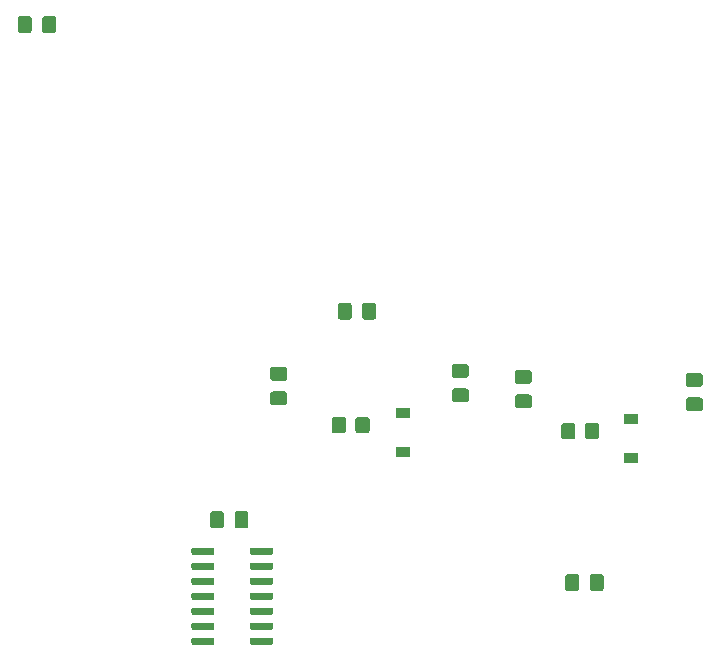
<source format=gbr>
G04 #@! TF.GenerationSoftware,KiCad,Pcbnew,5.1.5+dfsg1-2build2*
G04 #@! TF.CreationDate,2023-06-05T14:25:05+01:00*
G04 #@! TF.ProjectId,dumper_3780,64756d70-6572-45f3-9337-38302e6b6963,rev?*
G04 #@! TF.SameCoordinates,Original*
G04 #@! TF.FileFunction,Paste,Top*
G04 #@! TF.FilePolarity,Positive*
%FSLAX46Y46*%
G04 Gerber Fmt 4.6, Leading zero omitted, Abs format (unit mm)*
G04 Created by KiCad (PCBNEW 5.1.5+dfsg1-2build2) date 2023-06-05 14:25:05*
%MOMM*%
%LPD*%
G04 APERTURE LIST*
%ADD10C,0.100000*%
%ADD11R,1.200000X0.900000*%
G04 APERTURE END LIST*
D10*
G36*
X261632703Y-140289722D02*
G01*
X261647264Y-140291882D01*
X261661543Y-140295459D01*
X261675403Y-140300418D01*
X261688710Y-140306712D01*
X261701336Y-140314280D01*
X261713159Y-140323048D01*
X261724066Y-140332934D01*
X261733952Y-140343841D01*
X261742720Y-140355664D01*
X261750288Y-140368290D01*
X261756582Y-140381597D01*
X261761541Y-140395457D01*
X261765118Y-140409736D01*
X261767278Y-140424297D01*
X261768000Y-140439000D01*
X261768000Y-140739000D01*
X261767278Y-140753703D01*
X261765118Y-140768264D01*
X261761541Y-140782543D01*
X261756582Y-140796403D01*
X261750288Y-140809710D01*
X261742720Y-140822336D01*
X261733952Y-140834159D01*
X261724066Y-140845066D01*
X261713159Y-140854952D01*
X261701336Y-140863720D01*
X261688710Y-140871288D01*
X261675403Y-140877582D01*
X261661543Y-140882541D01*
X261647264Y-140886118D01*
X261632703Y-140888278D01*
X261618000Y-140889000D01*
X259968000Y-140889000D01*
X259953297Y-140888278D01*
X259938736Y-140886118D01*
X259924457Y-140882541D01*
X259910597Y-140877582D01*
X259897290Y-140871288D01*
X259884664Y-140863720D01*
X259872841Y-140854952D01*
X259861934Y-140845066D01*
X259852048Y-140834159D01*
X259843280Y-140822336D01*
X259835712Y-140809710D01*
X259829418Y-140796403D01*
X259824459Y-140782543D01*
X259820882Y-140768264D01*
X259818722Y-140753703D01*
X259818000Y-140739000D01*
X259818000Y-140439000D01*
X259818722Y-140424297D01*
X259820882Y-140409736D01*
X259824459Y-140395457D01*
X259829418Y-140381597D01*
X259835712Y-140368290D01*
X259843280Y-140355664D01*
X259852048Y-140343841D01*
X259861934Y-140332934D01*
X259872841Y-140323048D01*
X259884664Y-140314280D01*
X259897290Y-140306712D01*
X259910597Y-140300418D01*
X259924457Y-140295459D01*
X259938736Y-140291882D01*
X259953297Y-140289722D01*
X259968000Y-140289000D01*
X261618000Y-140289000D01*
X261632703Y-140289722D01*
G37*
G36*
X261632703Y-141559722D02*
G01*
X261647264Y-141561882D01*
X261661543Y-141565459D01*
X261675403Y-141570418D01*
X261688710Y-141576712D01*
X261701336Y-141584280D01*
X261713159Y-141593048D01*
X261724066Y-141602934D01*
X261733952Y-141613841D01*
X261742720Y-141625664D01*
X261750288Y-141638290D01*
X261756582Y-141651597D01*
X261761541Y-141665457D01*
X261765118Y-141679736D01*
X261767278Y-141694297D01*
X261768000Y-141709000D01*
X261768000Y-142009000D01*
X261767278Y-142023703D01*
X261765118Y-142038264D01*
X261761541Y-142052543D01*
X261756582Y-142066403D01*
X261750288Y-142079710D01*
X261742720Y-142092336D01*
X261733952Y-142104159D01*
X261724066Y-142115066D01*
X261713159Y-142124952D01*
X261701336Y-142133720D01*
X261688710Y-142141288D01*
X261675403Y-142147582D01*
X261661543Y-142152541D01*
X261647264Y-142156118D01*
X261632703Y-142158278D01*
X261618000Y-142159000D01*
X259968000Y-142159000D01*
X259953297Y-142158278D01*
X259938736Y-142156118D01*
X259924457Y-142152541D01*
X259910597Y-142147582D01*
X259897290Y-142141288D01*
X259884664Y-142133720D01*
X259872841Y-142124952D01*
X259861934Y-142115066D01*
X259852048Y-142104159D01*
X259843280Y-142092336D01*
X259835712Y-142079710D01*
X259829418Y-142066403D01*
X259824459Y-142052543D01*
X259820882Y-142038264D01*
X259818722Y-142023703D01*
X259818000Y-142009000D01*
X259818000Y-141709000D01*
X259818722Y-141694297D01*
X259820882Y-141679736D01*
X259824459Y-141665457D01*
X259829418Y-141651597D01*
X259835712Y-141638290D01*
X259843280Y-141625664D01*
X259852048Y-141613841D01*
X259861934Y-141602934D01*
X259872841Y-141593048D01*
X259884664Y-141584280D01*
X259897290Y-141576712D01*
X259910597Y-141570418D01*
X259924457Y-141565459D01*
X259938736Y-141561882D01*
X259953297Y-141559722D01*
X259968000Y-141559000D01*
X261618000Y-141559000D01*
X261632703Y-141559722D01*
G37*
G36*
X261632703Y-142829722D02*
G01*
X261647264Y-142831882D01*
X261661543Y-142835459D01*
X261675403Y-142840418D01*
X261688710Y-142846712D01*
X261701336Y-142854280D01*
X261713159Y-142863048D01*
X261724066Y-142872934D01*
X261733952Y-142883841D01*
X261742720Y-142895664D01*
X261750288Y-142908290D01*
X261756582Y-142921597D01*
X261761541Y-142935457D01*
X261765118Y-142949736D01*
X261767278Y-142964297D01*
X261768000Y-142979000D01*
X261768000Y-143279000D01*
X261767278Y-143293703D01*
X261765118Y-143308264D01*
X261761541Y-143322543D01*
X261756582Y-143336403D01*
X261750288Y-143349710D01*
X261742720Y-143362336D01*
X261733952Y-143374159D01*
X261724066Y-143385066D01*
X261713159Y-143394952D01*
X261701336Y-143403720D01*
X261688710Y-143411288D01*
X261675403Y-143417582D01*
X261661543Y-143422541D01*
X261647264Y-143426118D01*
X261632703Y-143428278D01*
X261618000Y-143429000D01*
X259968000Y-143429000D01*
X259953297Y-143428278D01*
X259938736Y-143426118D01*
X259924457Y-143422541D01*
X259910597Y-143417582D01*
X259897290Y-143411288D01*
X259884664Y-143403720D01*
X259872841Y-143394952D01*
X259861934Y-143385066D01*
X259852048Y-143374159D01*
X259843280Y-143362336D01*
X259835712Y-143349710D01*
X259829418Y-143336403D01*
X259824459Y-143322543D01*
X259820882Y-143308264D01*
X259818722Y-143293703D01*
X259818000Y-143279000D01*
X259818000Y-142979000D01*
X259818722Y-142964297D01*
X259820882Y-142949736D01*
X259824459Y-142935457D01*
X259829418Y-142921597D01*
X259835712Y-142908290D01*
X259843280Y-142895664D01*
X259852048Y-142883841D01*
X259861934Y-142872934D01*
X259872841Y-142863048D01*
X259884664Y-142854280D01*
X259897290Y-142846712D01*
X259910597Y-142840418D01*
X259924457Y-142835459D01*
X259938736Y-142831882D01*
X259953297Y-142829722D01*
X259968000Y-142829000D01*
X261618000Y-142829000D01*
X261632703Y-142829722D01*
G37*
G36*
X261632703Y-144099722D02*
G01*
X261647264Y-144101882D01*
X261661543Y-144105459D01*
X261675403Y-144110418D01*
X261688710Y-144116712D01*
X261701336Y-144124280D01*
X261713159Y-144133048D01*
X261724066Y-144142934D01*
X261733952Y-144153841D01*
X261742720Y-144165664D01*
X261750288Y-144178290D01*
X261756582Y-144191597D01*
X261761541Y-144205457D01*
X261765118Y-144219736D01*
X261767278Y-144234297D01*
X261768000Y-144249000D01*
X261768000Y-144549000D01*
X261767278Y-144563703D01*
X261765118Y-144578264D01*
X261761541Y-144592543D01*
X261756582Y-144606403D01*
X261750288Y-144619710D01*
X261742720Y-144632336D01*
X261733952Y-144644159D01*
X261724066Y-144655066D01*
X261713159Y-144664952D01*
X261701336Y-144673720D01*
X261688710Y-144681288D01*
X261675403Y-144687582D01*
X261661543Y-144692541D01*
X261647264Y-144696118D01*
X261632703Y-144698278D01*
X261618000Y-144699000D01*
X259968000Y-144699000D01*
X259953297Y-144698278D01*
X259938736Y-144696118D01*
X259924457Y-144692541D01*
X259910597Y-144687582D01*
X259897290Y-144681288D01*
X259884664Y-144673720D01*
X259872841Y-144664952D01*
X259861934Y-144655066D01*
X259852048Y-144644159D01*
X259843280Y-144632336D01*
X259835712Y-144619710D01*
X259829418Y-144606403D01*
X259824459Y-144592543D01*
X259820882Y-144578264D01*
X259818722Y-144563703D01*
X259818000Y-144549000D01*
X259818000Y-144249000D01*
X259818722Y-144234297D01*
X259820882Y-144219736D01*
X259824459Y-144205457D01*
X259829418Y-144191597D01*
X259835712Y-144178290D01*
X259843280Y-144165664D01*
X259852048Y-144153841D01*
X259861934Y-144142934D01*
X259872841Y-144133048D01*
X259884664Y-144124280D01*
X259897290Y-144116712D01*
X259910597Y-144110418D01*
X259924457Y-144105459D01*
X259938736Y-144101882D01*
X259953297Y-144099722D01*
X259968000Y-144099000D01*
X261618000Y-144099000D01*
X261632703Y-144099722D01*
G37*
G36*
X261632703Y-145369722D02*
G01*
X261647264Y-145371882D01*
X261661543Y-145375459D01*
X261675403Y-145380418D01*
X261688710Y-145386712D01*
X261701336Y-145394280D01*
X261713159Y-145403048D01*
X261724066Y-145412934D01*
X261733952Y-145423841D01*
X261742720Y-145435664D01*
X261750288Y-145448290D01*
X261756582Y-145461597D01*
X261761541Y-145475457D01*
X261765118Y-145489736D01*
X261767278Y-145504297D01*
X261768000Y-145519000D01*
X261768000Y-145819000D01*
X261767278Y-145833703D01*
X261765118Y-145848264D01*
X261761541Y-145862543D01*
X261756582Y-145876403D01*
X261750288Y-145889710D01*
X261742720Y-145902336D01*
X261733952Y-145914159D01*
X261724066Y-145925066D01*
X261713159Y-145934952D01*
X261701336Y-145943720D01*
X261688710Y-145951288D01*
X261675403Y-145957582D01*
X261661543Y-145962541D01*
X261647264Y-145966118D01*
X261632703Y-145968278D01*
X261618000Y-145969000D01*
X259968000Y-145969000D01*
X259953297Y-145968278D01*
X259938736Y-145966118D01*
X259924457Y-145962541D01*
X259910597Y-145957582D01*
X259897290Y-145951288D01*
X259884664Y-145943720D01*
X259872841Y-145934952D01*
X259861934Y-145925066D01*
X259852048Y-145914159D01*
X259843280Y-145902336D01*
X259835712Y-145889710D01*
X259829418Y-145876403D01*
X259824459Y-145862543D01*
X259820882Y-145848264D01*
X259818722Y-145833703D01*
X259818000Y-145819000D01*
X259818000Y-145519000D01*
X259818722Y-145504297D01*
X259820882Y-145489736D01*
X259824459Y-145475457D01*
X259829418Y-145461597D01*
X259835712Y-145448290D01*
X259843280Y-145435664D01*
X259852048Y-145423841D01*
X259861934Y-145412934D01*
X259872841Y-145403048D01*
X259884664Y-145394280D01*
X259897290Y-145386712D01*
X259910597Y-145380418D01*
X259924457Y-145375459D01*
X259938736Y-145371882D01*
X259953297Y-145369722D01*
X259968000Y-145369000D01*
X261618000Y-145369000D01*
X261632703Y-145369722D01*
G37*
G36*
X261632703Y-146639722D02*
G01*
X261647264Y-146641882D01*
X261661543Y-146645459D01*
X261675403Y-146650418D01*
X261688710Y-146656712D01*
X261701336Y-146664280D01*
X261713159Y-146673048D01*
X261724066Y-146682934D01*
X261733952Y-146693841D01*
X261742720Y-146705664D01*
X261750288Y-146718290D01*
X261756582Y-146731597D01*
X261761541Y-146745457D01*
X261765118Y-146759736D01*
X261767278Y-146774297D01*
X261768000Y-146789000D01*
X261768000Y-147089000D01*
X261767278Y-147103703D01*
X261765118Y-147118264D01*
X261761541Y-147132543D01*
X261756582Y-147146403D01*
X261750288Y-147159710D01*
X261742720Y-147172336D01*
X261733952Y-147184159D01*
X261724066Y-147195066D01*
X261713159Y-147204952D01*
X261701336Y-147213720D01*
X261688710Y-147221288D01*
X261675403Y-147227582D01*
X261661543Y-147232541D01*
X261647264Y-147236118D01*
X261632703Y-147238278D01*
X261618000Y-147239000D01*
X259968000Y-147239000D01*
X259953297Y-147238278D01*
X259938736Y-147236118D01*
X259924457Y-147232541D01*
X259910597Y-147227582D01*
X259897290Y-147221288D01*
X259884664Y-147213720D01*
X259872841Y-147204952D01*
X259861934Y-147195066D01*
X259852048Y-147184159D01*
X259843280Y-147172336D01*
X259835712Y-147159710D01*
X259829418Y-147146403D01*
X259824459Y-147132543D01*
X259820882Y-147118264D01*
X259818722Y-147103703D01*
X259818000Y-147089000D01*
X259818000Y-146789000D01*
X259818722Y-146774297D01*
X259820882Y-146759736D01*
X259824459Y-146745457D01*
X259829418Y-146731597D01*
X259835712Y-146718290D01*
X259843280Y-146705664D01*
X259852048Y-146693841D01*
X259861934Y-146682934D01*
X259872841Y-146673048D01*
X259884664Y-146664280D01*
X259897290Y-146656712D01*
X259910597Y-146650418D01*
X259924457Y-146645459D01*
X259938736Y-146641882D01*
X259953297Y-146639722D01*
X259968000Y-146639000D01*
X261618000Y-146639000D01*
X261632703Y-146639722D01*
G37*
G36*
X261632703Y-147909722D02*
G01*
X261647264Y-147911882D01*
X261661543Y-147915459D01*
X261675403Y-147920418D01*
X261688710Y-147926712D01*
X261701336Y-147934280D01*
X261713159Y-147943048D01*
X261724066Y-147952934D01*
X261733952Y-147963841D01*
X261742720Y-147975664D01*
X261750288Y-147988290D01*
X261756582Y-148001597D01*
X261761541Y-148015457D01*
X261765118Y-148029736D01*
X261767278Y-148044297D01*
X261768000Y-148059000D01*
X261768000Y-148359000D01*
X261767278Y-148373703D01*
X261765118Y-148388264D01*
X261761541Y-148402543D01*
X261756582Y-148416403D01*
X261750288Y-148429710D01*
X261742720Y-148442336D01*
X261733952Y-148454159D01*
X261724066Y-148465066D01*
X261713159Y-148474952D01*
X261701336Y-148483720D01*
X261688710Y-148491288D01*
X261675403Y-148497582D01*
X261661543Y-148502541D01*
X261647264Y-148506118D01*
X261632703Y-148508278D01*
X261618000Y-148509000D01*
X259968000Y-148509000D01*
X259953297Y-148508278D01*
X259938736Y-148506118D01*
X259924457Y-148502541D01*
X259910597Y-148497582D01*
X259897290Y-148491288D01*
X259884664Y-148483720D01*
X259872841Y-148474952D01*
X259861934Y-148465066D01*
X259852048Y-148454159D01*
X259843280Y-148442336D01*
X259835712Y-148429710D01*
X259829418Y-148416403D01*
X259824459Y-148402543D01*
X259820882Y-148388264D01*
X259818722Y-148373703D01*
X259818000Y-148359000D01*
X259818000Y-148059000D01*
X259818722Y-148044297D01*
X259820882Y-148029736D01*
X259824459Y-148015457D01*
X259829418Y-148001597D01*
X259835712Y-147988290D01*
X259843280Y-147975664D01*
X259852048Y-147963841D01*
X259861934Y-147952934D01*
X259872841Y-147943048D01*
X259884664Y-147934280D01*
X259897290Y-147926712D01*
X259910597Y-147920418D01*
X259924457Y-147915459D01*
X259938736Y-147911882D01*
X259953297Y-147909722D01*
X259968000Y-147909000D01*
X261618000Y-147909000D01*
X261632703Y-147909722D01*
G37*
G36*
X256682703Y-147909722D02*
G01*
X256697264Y-147911882D01*
X256711543Y-147915459D01*
X256725403Y-147920418D01*
X256738710Y-147926712D01*
X256751336Y-147934280D01*
X256763159Y-147943048D01*
X256774066Y-147952934D01*
X256783952Y-147963841D01*
X256792720Y-147975664D01*
X256800288Y-147988290D01*
X256806582Y-148001597D01*
X256811541Y-148015457D01*
X256815118Y-148029736D01*
X256817278Y-148044297D01*
X256818000Y-148059000D01*
X256818000Y-148359000D01*
X256817278Y-148373703D01*
X256815118Y-148388264D01*
X256811541Y-148402543D01*
X256806582Y-148416403D01*
X256800288Y-148429710D01*
X256792720Y-148442336D01*
X256783952Y-148454159D01*
X256774066Y-148465066D01*
X256763159Y-148474952D01*
X256751336Y-148483720D01*
X256738710Y-148491288D01*
X256725403Y-148497582D01*
X256711543Y-148502541D01*
X256697264Y-148506118D01*
X256682703Y-148508278D01*
X256668000Y-148509000D01*
X255018000Y-148509000D01*
X255003297Y-148508278D01*
X254988736Y-148506118D01*
X254974457Y-148502541D01*
X254960597Y-148497582D01*
X254947290Y-148491288D01*
X254934664Y-148483720D01*
X254922841Y-148474952D01*
X254911934Y-148465066D01*
X254902048Y-148454159D01*
X254893280Y-148442336D01*
X254885712Y-148429710D01*
X254879418Y-148416403D01*
X254874459Y-148402543D01*
X254870882Y-148388264D01*
X254868722Y-148373703D01*
X254868000Y-148359000D01*
X254868000Y-148059000D01*
X254868722Y-148044297D01*
X254870882Y-148029736D01*
X254874459Y-148015457D01*
X254879418Y-148001597D01*
X254885712Y-147988290D01*
X254893280Y-147975664D01*
X254902048Y-147963841D01*
X254911934Y-147952934D01*
X254922841Y-147943048D01*
X254934664Y-147934280D01*
X254947290Y-147926712D01*
X254960597Y-147920418D01*
X254974457Y-147915459D01*
X254988736Y-147911882D01*
X255003297Y-147909722D01*
X255018000Y-147909000D01*
X256668000Y-147909000D01*
X256682703Y-147909722D01*
G37*
G36*
X256682703Y-146639722D02*
G01*
X256697264Y-146641882D01*
X256711543Y-146645459D01*
X256725403Y-146650418D01*
X256738710Y-146656712D01*
X256751336Y-146664280D01*
X256763159Y-146673048D01*
X256774066Y-146682934D01*
X256783952Y-146693841D01*
X256792720Y-146705664D01*
X256800288Y-146718290D01*
X256806582Y-146731597D01*
X256811541Y-146745457D01*
X256815118Y-146759736D01*
X256817278Y-146774297D01*
X256818000Y-146789000D01*
X256818000Y-147089000D01*
X256817278Y-147103703D01*
X256815118Y-147118264D01*
X256811541Y-147132543D01*
X256806582Y-147146403D01*
X256800288Y-147159710D01*
X256792720Y-147172336D01*
X256783952Y-147184159D01*
X256774066Y-147195066D01*
X256763159Y-147204952D01*
X256751336Y-147213720D01*
X256738710Y-147221288D01*
X256725403Y-147227582D01*
X256711543Y-147232541D01*
X256697264Y-147236118D01*
X256682703Y-147238278D01*
X256668000Y-147239000D01*
X255018000Y-147239000D01*
X255003297Y-147238278D01*
X254988736Y-147236118D01*
X254974457Y-147232541D01*
X254960597Y-147227582D01*
X254947290Y-147221288D01*
X254934664Y-147213720D01*
X254922841Y-147204952D01*
X254911934Y-147195066D01*
X254902048Y-147184159D01*
X254893280Y-147172336D01*
X254885712Y-147159710D01*
X254879418Y-147146403D01*
X254874459Y-147132543D01*
X254870882Y-147118264D01*
X254868722Y-147103703D01*
X254868000Y-147089000D01*
X254868000Y-146789000D01*
X254868722Y-146774297D01*
X254870882Y-146759736D01*
X254874459Y-146745457D01*
X254879418Y-146731597D01*
X254885712Y-146718290D01*
X254893280Y-146705664D01*
X254902048Y-146693841D01*
X254911934Y-146682934D01*
X254922841Y-146673048D01*
X254934664Y-146664280D01*
X254947290Y-146656712D01*
X254960597Y-146650418D01*
X254974457Y-146645459D01*
X254988736Y-146641882D01*
X255003297Y-146639722D01*
X255018000Y-146639000D01*
X256668000Y-146639000D01*
X256682703Y-146639722D01*
G37*
G36*
X256682703Y-145369722D02*
G01*
X256697264Y-145371882D01*
X256711543Y-145375459D01*
X256725403Y-145380418D01*
X256738710Y-145386712D01*
X256751336Y-145394280D01*
X256763159Y-145403048D01*
X256774066Y-145412934D01*
X256783952Y-145423841D01*
X256792720Y-145435664D01*
X256800288Y-145448290D01*
X256806582Y-145461597D01*
X256811541Y-145475457D01*
X256815118Y-145489736D01*
X256817278Y-145504297D01*
X256818000Y-145519000D01*
X256818000Y-145819000D01*
X256817278Y-145833703D01*
X256815118Y-145848264D01*
X256811541Y-145862543D01*
X256806582Y-145876403D01*
X256800288Y-145889710D01*
X256792720Y-145902336D01*
X256783952Y-145914159D01*
X256774066Y-145925066D01*
X256763159Y-145934952D01*
X256751336Y-145943720D01*
X256738710Y-145951288D01*
X256725403Y-145957582D01*
X256711543Y-145962541D01*
X256697264Y-145966118D01*
X256682703Y-145968278D01*
X256668000Y-145969000D01*
X255018000Y-145969000D01*
X255003297Y-145968278D01*
X254988736Y-145966118D01*
X254974457Y-145962541D01*
X254960597Y-145957582D01*
X254947290Y-145951288D01*
X254934664Y-145943720D01*
X254922841Y-145934952D01*
X254911934Y-145925066D01*
X254902048Y-145914159D01*
X254893280Y-145902336D01*
X254885712Y-145889710D01*
X254879418Y-145876403D01*
X254874459Y-145862543D01*
X254870882Y-145848264D01*
X254868722Y-145833703D01*
X254868000Y-145819000D01*
X254868000Y-145519000D01*
X254868722Y-145504297D01*
X254870882Y-145489736D01*
X254874459Y-145475457D01*
X254879418Y-145461597D01*
X254885712Y-145448290D01*
X254893280Y-145435664D01*
X254902048Y-145423841D01*
X254911934Y-145412934D01*
X254922841Y-145403048D01*
X254934664Y-145394280D01*
X254947290Y-145386712D01*
X254960597Y-145380418D01*
X254974457Y-145375459D01*
X254988736Y-145371882D01*
X255003297Y-145369722D01*
X255018000Y-145369000D01*
X256668000Y-145369000D01*
X256682703Y-145369722D01*
G37*
G36*
X256682703Y-144099722D02*
G01*
X256697264Y-144101882D01*
X256711543Y-144105459D01*
X256725403Y-144110418D01*
X256738710Y-144116712D01*
X256751336Y-144124280D01*
X256763159Y-144133048D01*
X256774066Y-144142934D01*
X256783952Y-144153841D01*
X256792720Y-144165664D01*
X256800288Y-144178290D01*
X256806582Y-144191597D01*
X256811541Y-144205457D01*
X256815118Y-144219736D01*
X256817278Y-144234297D01*
X256818000Y-144249000D01*
X256818000Y-144549000D01*
X256817278Y-144563703D01*
X256815118Y-144578264D01*
X256811541Y-144592543D01*
X256806582Y-144606403D01*
X256800288Y-144619710D01*
X256792720Y-144632336D01*
X256783952Y-144644159D01*
X256774066Y-144655066D01*
X256763159Y-144664952D01*
X256751336Y-144673720D01*
X256738710Y-144681288D01*
X256725403Y-144687582D01*
X256711543Y-144692541D01*
X256697264Y-144696118D01*
X256682703Y-144698278D01*
X256668000Y-144699000D01*
X255018000Y-144699000D01*
X255003297Y-144698278D01*
X254988736Y-144696118D01*
X254974457Y-144692541D01*
X254960597Y-144687582D01*
X254947290Y-144681288D01*
X254934664Y-144673720D01*
X254922841Y-144664952D01*
X254911934Y-144655066D01*
X254902048Y-144644159D01*
X254893280Y-144632336D01*
X254885712Y-144619710D01*
X254879418Y-144606403D01*
X254874459Y-144592543D01*
X254870882Y-144578264D01*
X254868722Y-144563703D01*
X254868000Y-144549000D01*
X254868000Y-144249000D01*
X254868722Y-144234297D01*
X254870882Y-144219736D01*
X254874459Y-144205457D01*
X254879418Y-144191597D01*
X254885712Y-144178290D01*
X254893280Y-144165664D01*
X254902048Y-144153841D01*
X254911934Y-144142934D01*
X254922841Y-144133048D01*
X254934664Y-144124280D01*
X254947290Y-144116712D01*
X254960597Y-144110418D01*
X254974457Y-144105459D01*
X254988736Y-144101882D01*
X255003297Y-144099722D01*
X255018000Y-144099000D01*
X256668000Y-144099000D01*
X256682703Y-144099722D01*
G37*
G36*
X256682703Y-142829722D02*
G01*
X256697264Y-142831882D01*
X256711543Y-142835459D01*
X256725403Y-142840418D01*
X256738710Y-142846712D01*
X256751336Y-142854280D01*
X256763159Y-142863048D01*
X256774066Y-142872934D01*
X256783952Y-142883841D01*
X256792720Y-142895664D01*
X256800288Y-142908290D01*
X256806582Y-142921597D01*
X256811541Y-142935457D01*
X256815118Y-142949736D01*
X256817278Y-142964297D01*
X256818000Y-142979000D01*
X256818000Y-143279000D01*
X256817278Y-143293703D01*
X256815118Y-143308264D01*
X256811541Y-143322543D01*
X256806582Y-143336403D01*
X256800288Y-143349710D01*
X256792720Y-143362336D01*
X256783952Y-143374159D01*
X256774066Y-143385066D01*
X256763159Y-143394952D01*
X256751336Y-143403720D01*
X256738710Y-143411288D01*
X256725403Y-143417582D01*
X256711543Y-143422541D01*
X256697264Y-143426118D01*
X256682703Y-143428278D01*
X256668000Y-143429000D01*
X255018000Y-143429000D01*
X255003297Y-143428278D01*
X254988736Y-143426118D01*
X254974457Y-143422541D01*
X254960597Y-143417582D01*
X254947290Y-143411288D01*
X254934664Y-143403720D01*
X254922841Y-143394952D01*
X254911934Y-143385066D01*
X254902048Y-143374159D01*
X254893280Y-143362336D01*
X254885712Y-143349710D01*
X254879418Y-143336403D01*
X254874459Y-143322543D01*
X254870882Y-143308264D01*
X254868722Y-143293703D01*
X254868000Y-143279000D01*
X254868000Y-142979000D01*
X254868722Y-142964297D01*
X254870882Y-142949736D01*
X254874459Y-142935457D01*
X254879418Y-142921597D01*
X254885712Y-142908290D01*
X254893280Y-142895664D01*
X254902048Y-142883841D01*
X254911934Y-142872934D01*
X254922841Y-142863048D01*
X254934664Y-142854280D01*
X254947290Y-142846712D01*
X254960597Y-142840418D01*
X254974457Y-142835459D01*
X254988736Y-142831882D01*
X255003297Y-142829722D01*
X255018000Y-142829000D01*
X256668000Y-142829000D01*
X256682703Y-142829722D01*
G37*
G36*
X256682703Y-141559722D02*
G01*
X256697264Y-141561882D01*
X256711543Y-141565459D01*
X256725403Y-141570418D01*
X256738710Y-141576712D01*
X256751336Y-141584280D01*
X256763159Y-141593048D01*
X256774066Y-141602934D01*
X256783952Y-141613841D01*
X256792720Y-141625664D01*
X256800288Y-141638290D01*
X256806582Y-141651597D01*
X256811541Y-141665457D01*
X256815118Y-141679736D01*
X256817278Y-141694297D01*
X256818000Y-141709000D01*
X256818000Y-142009000D01*
X256817278Y-142023703D01*
X256815118Y-142038264D01*
X256811541Y-142052543D01*
X256806582Y-142066403D01*
X256800288Y-142079710D01*
X256792720Y-142092336D01*
X256783952Y-142104159D01*
X256774066Y-142115066D01*
X256763159Y-142124952D01*
X256751336Y-142133720D01*
X256738710Y-142141288D01*
X256725403Y-142147582D01*
X256711543Y-142152541D01*
X256697264Y-142156118D01*
X256682703Y-142158278D01*
X256668000Y-142159000D01*
X255018000Y-142159000D01*
X255003297Y-142158278D01*
X254988736Y-142156118D01*
X254974457Y-142152541D01*
X254960597Y-142147582D01*
X254947290Y-142141288D01*
X254934664Y-142133720D01*
X254922841Y-142124952D01*
X254911934Y-142115066D01*
X254902048Y-142104159D01*
X254893280Y-142092336D01*
X254885712Y-142079710D01*
X254879418Y-142066403D01*
X254874459Y-142052543D01*
X254870882Y-142038264D01*
X254868722Y-142023703D01*
X254868000Y-142009000D01*
X254868000Y-141709000D01*
X254868722Y-141694297D01*
X254870882Y-141679736D01*
X254874459Y-141665457D01*
X254879418Y-141651597D01*
X254885712Y-141638290D01*
X254893280Y-141625664D01*
X254902048Y-141613841D01*
X254911934Y-141602934D01*
X254922841Y-141593048D01*
X254934664Y-141584280D01*
X254947290Y-141576712D01*
X254960597Y-141570418D01*
X254974457Y-141565459D01*
X254988736Y-141561882D01*
X255003297Y-141559722D01*
X255018000Y-141559000D01*
X256668000Y-141559000D01*
X256682703Y-141559722D01*
G37*
G36*
X256682703Y-140289722D02*
G01*
X256697264Y-140291882D01*
X256711543Y-140295459D01*
X256725403Y-140300418D01*
X256738710Y-140306712D01*
X256751336Y-140314280D01*
X256763159Y-140323048D01*
X256774066Y-140332934D01*
X256783952Y-140343841D01*
X256792720Y-140355664D01*
X256800288Y-140368290D01*
X256806582Y-140381597D01*
X256811541Y-140395457D01*
X256815118Y-140409736D01*
X256817278Y-140424297D01*
X256818000Y-140439000D01*
X256818000Y-140739000D01*
X256817278Y-140753703D01*
X256815118Y-140768264D01*
X256811541Y-140782543D01*
X256806582Y-140796403D01*
X256800288Y-140809710D01*
X256792720Y-140822336D01*
X256783952Y-140834159D01*
X256774066Y-140845066D01*
X256763159Y-140854952D01*
X256751336Y-140863720D01*
X256738710Y-140871288D01*
X256725403Y-140877582D01*
X256711543Y-140882541D01*
X256697264Y-140886118D01*
X256682703Y-140888278D01*
X256668000Y-140889000D01*
X255018000Y-140889000D01*
X255003297Y-140888278D01*
X254988736Y-140886118D01*
X254974457Y-140882541D01*
X254960597Y-140877582D01*
X254947290Y-140871288D01*
X254934664Y-140863720D01*
X254922841Y-140854952D01*
X254911934Y-140845066D01*
X254902048Y-140834159D01*
X254893280Y-140822336D01*
X254885712Y-140809710D01*
X254879418Y-140796403D01*
X254874459Y-140782543D01*
X254870882Y-140768264D01*
X254868722Y-140753703D01*
X254868000Y-140739000D01*
X254868000Y-140439000D01*
X254868722Y-140424297D01*
X254870882Y-140409736D01*
X254874459Y-140395457D01*
X254879418Y-140381597D01*
X254885712Y-140368290D01*
X254893280Y-140355664D01*
X254902048Y-140343841D01*
X254911934Y-140332934D01*
X254922841Y-140323048D01*
X254934664Y-140314280D01*
X254947290Y-140306712D01*
X254960597Y-140300418D01*
X254974457Y-140295459D01*
X254988736Y-140291882D01*
X255003297Y-140289722D01*
X255018000Y-140289000D01*
X256668000Y-140289000D01*
X256682703Y-140289722D01*
G37*
G36*
X267725505Y-129222204D02*
G01*
X267749773Y-129225804D01*
X267773572Y-129231765D01*
X267796671Y-129240030D01*
X267818850Y-129250520D01*
X267839893Y-129263132D01*
X267859599Y-129277747D01*
X267877777Y-129294223D01*
X267894253Y-129312401D01*
X267908868Y-129332107D01*
X267921480Y-129353150D01*
X267931970Y-129375329D01*
X267940235Y-129398428D01*
X267946196Y-129422227D01*
X267949796Y-129446495D01*
X267951000Y-129470999D01*
X267951000Y-130371001D01*
X267949796Y-130395505D01*
X267946196Y-130419773D01*
X267940235Y-130443572D01*
X267931970Y-130466671D01*
X267921480Y-130488850D01*
X267908868Y-130509893D01*
X267894253Y-130529599D01*
X267877777Y-130547777D01*
X267859599Y-130564253D01*
X267839893Y-130578868D01*
X267818850Y-130591480D01*
X267796671Y-130601970D01*
X267773572Y-130610235D01*
X267749773Y-130616196D01*
X267725505Y-130619796D01*
X267701001Y-130621000D01*
X267000999Y-130621000D01*
X266976495Y-130619796D01*
X266952227Y-130616196D01*
X266928428Y-130610235D01*
X266905329Y-130601970D01*
X266883150Y-130591480D01*
X266862107Y-130578868D01*
X266842401Y-130564253D01*
X266824223Y-130547777D01*
X266807747Y-130529599D01*
X266793132Y-130509893D01*
X266780520Y-130488850D01*
X266770030Y-130466671D01*
X266761765Y-130443572D01*
X266755804Y-130419773D01*
X266752204Y-130395505D01*
X266751000Y-130371001D01*
X266751000Y-129470999D01*
X266752204Y-129446495D01*
X266755804Y-129422227D01*
X266761765Y-129398428D01*
X266770030Y-129375329D01*
X266780520Y-129353150D01*
X266793132Y-129332107D01*
X266807747Y-129312401D01*
X266824223Y-129294223D01*
X266842401Y-129277747D01*
X266862107Y-129263132D01*
X266883150Y-129250520D01*
X266905329Y-129240030D01*
X266928428Y-129231765D01*
X266952227Y-129225804D01*
X266976495Y-129222204D01*
X267000999Y-129221000D01*
X267701001Y-129221000D01*
X267725505Y-129222204D01*
G37*
G36*
X269725505Y-129222204D02*
G01*
X269749773Y-129225804D01*
X269773572Y-129231765D01*
X269796671Y-129240030D01*
X269818850Y-129250520D01*
X269839893Y-129263132D01*
X269859599Y-129277747D01*
X269877777Y-129294223D01*
X269894253Y-129312401D01*
X269908868Y-129332107D01*
X269921480Y-129353150D01*
X269931970Y-129375329D01*
X269940235Y-129398428D01*
X269946196Y-129422227D01*
X269949796Y-129446495D01*
X269951000Y-129470999D01*
X269951000Y-130371001D01*
X269949796Y-130395505D01*
X269946196Y-130419773D01*
X269940235Y-130443572D01*
X269931970Y-130466671D01*
X269921480Y-130488850D01*
X269908868Y-130509893D01*
X269894253Y-130529599D01*
X269877777Y-130547777D01*
X269859599Y-130564253D01*
X269839893Y-130578868D01*
X269818850Y-130591480D01*
X269796671Y-130601970D01*
X269773572Y-130610235D01*
X269749773Y-130616196D01*
X269725505Y-130619796D01*
X269701001Y-130621000D01*
X269000999Y-130621000D01*
X268976495Y-130619796D01*
X268952227Y-130616196D01*
X268928428Y-130610235D01*
X268905329Y-130601970D01*
X268883150Y-130591480D01*
X268862107Y-130578868D01*
X268842401Y-130564253D01*
X268824223Y-130547777D01*
X268807747Y-130529599D01*
X268793132Y-130509893D01*
X268780520Y-130488850D01*
X268770030Y-130466671D01*
X268761765Y-130443572D01*
X268755804Y-130419773D01*
X268752204Y-130395505D01*
X268751000Y-130371001D01*
X268751000Y-129470999D01*
X268752204Y-129446495D01*
X268755804Y-129422227D01*
X268761765Y-129398428D01*
X268770030Y-129375329D01*
X268780520Y-129353150D01*
X268793132Y-129332107D01*
X268807747Y-129312401D01*
X268824223Y-129294223D01*
X268842401Y-129277747D01*
X268862107Y-129263132D01*
X268883150Y-129250520D01*
X268905329Y-129240030D01*
X268928428Y-129231765D01*
X268952227Y-129225804D01*
X268976495Y-129222204D01*
X269000999Y-129221000D01*
X269701001Y-129221000D01*
X269725505Y-129222204D01*
G37*
G36*
X287156505Y-129730204D02*
G01*
X287180773Y-129733804D01*
X287204572Y-129739765D01*
X287227671Y-129748030D01*
X287249850Y-129758520D01*
X287270893Y-129771132D01*
X287290599Y-129785747D01*
X287308777Y-129802223D01*
X287325253Y-129820401D01*
X287339868Y-129840107D01*
X287352480Y-129861150D01*
X287362970Y-129883329D01*
X287371235Y-129906428D01*
X287377196Y-129930227D01*
X287380796Y-129954495D01*
X287382000Y-129978999D01*
X287382000Y-130879001D01*
X287380796Y-130903505D01*
X287377196Y-130927773D01*
X287371235Y-130951572D01*
X287362970Y-130974671D01*
X287352480Y-130996850D01*
X287339868Y-131017893D01*
X287325253Y-131037599D01*
X287308777Y-131055777D01*
X287290599Y-131072253D01*
X287270893Y-131086868D01*
X287249850Y-131099480D01*
X287227671Y-131109970D01*
X287204572Y-131118235D01*
X287180773Y-131124196D01*
X287156505Y-131127796D01*
X287132001Y-131129000D01*
X286431999Y-131129000D01*
X286407495Y-131127796D01*
X286383227Y-131124196D01*
X286359428Y-131118235D01*
X286336329Y-131109970D01*
X286314150Y-131099480D01*
X286293107Y-131086868D01*
X286273401Y-131072253D01*
X286255223Y-131055777D01*
X286238747Y-131037599D01*
X286224132Y-131017893D01*
X286211520Y-130996850D01*
X286201030Y-130974671D01*
X286192765Y-130951572D01*
X286186804Y-130927773D01*
X286183204Y-130903505D01*
X286182000Y-130879001D01*
X286182000Y-129978999D01*
X286183204Y-129954495D01*
X286186804Y-129930227D01*
X286192765Y-129906428D01*
X286201030Y-129883329D01*
X286211520Y-129861150D01*
X286224132Y-129840107D01*
X286238747Y-129820401D01*
X286255223Y-129802223D01*
X286273401Y-129785747D01*
X286293107Y-129771132D01*
X286314150Y-129758520D01*
X286336329Y-129748030D01*
X286359428Y-129739765D01*
X286383227Y-129733804D01*
X286407495Y-129730204D01*
X286431999Y-129729000D01*
X287132001Y-129729000D01*
X287156505Y-129730204D01*
G37*
G36*
X289156505Y-129730204D02*
G01*
X289180773Y-129733804D01*
X289204572Y-129739765D01*
X289227671Y-129748030D01*
X289249850Y-129758520D01*
X289270893Y-129771132D01*
X289290599Y-129785747D01*
X289308777Y-129802223D01*
X289325253Y-129820401D01*
X289339868Y-129840107D01*
X289352480Y-129861150D01*
X289362970Y-129883329D01*
X289371235Y-129906428D01*
X289377196Y-129930227D01*
X289380796Y-129954495D01*
X289382000Y-129978999D01*
X289382000Y-130879001D01*
X289380796Y-130903505D01*
X289377196Y-130927773D01*
X289371235Y-130951572D01*
X289362970Y-130974671D01*
X289352480Y-130996850D01*
X289339868Y-131017893D01*
X289325253Y-131037599D01*
X289308777Y-131055777D01*
X289290599Y-131072253D01*
X289270893Y-131086868D01*
X289249850Y-131099480D01*
X289227671Y-131109970D01*
X289204572Y-131118235D01*
X289180773Y-131124196D01*
X289156505Y-131127796D01*
X289132001Y-131129000D01*
X288431999Y-131129000D01*
X288407495Y-131127796D01*
X288383227Y-131124196D01*
X288359428Y-131118235D01*
X288336329Y-131109970D01*
X288314150Y-131099480D01*
X288293107Y-131086868D01*
X288273401Y-131072253D01*
X288255223Y-131055777D01*
X288238747Y-131037599D01*
X288224132Y-131017893D01*
X288211520Y-130996850D01*
X288201030Y-130974671D01*
X288192765Y-130951572D01*
X288186804Y-130927773D01*
X288183204Y-130903505D01*
X288182000Y-130879001D01*
X288182000Y-129978999D01*
X288183204Y-129954495D01*
X288186804Y-129930227D01*
X288192765Y-129906428D01*
X288201030Y-129883329D01*
X288211520Y-129861150D01*
X288224132Y-129840107D01*
X288238747Y-129820401D01*
X288255223Y-129802223D01*
X288273401Y-129785747D01*
X288293107Y-129771132D01*
X288314150Y-129758520D01*
X288336329Y-129748030D01*
X288359428Y-129739765D01*
X288383227Y-129733804D01*
X288407495Y-129730204D01*
X288431999Y-129729000D01*
X289132001Y-129729000D01*
X289156505Y-129730204D01*
G37*
D11*
X272796000Y-132206000D03*
X272796000Y-128906000D03*
X292100000Y-132714000D03*
X292100000Y-129414000D03*
D10*
G36*
X257388504Y-137198204D02*
G01*
X257412773Y-137201804D01*
X257436571Y-137207765D01*
X257459671Y-137216030D01*
X257481849Y-137226520D01*
X257502893Y-137239133D01*
X257522598Y-137253747D01*
X257540777Y-137270223D01*
X257557253Y-137288402D01*
X257571867Y-137308107D01*
X257584480Y-137329151D01*
X257594970Y-137351329D01*
X257603235Y-137374429D01*
X257609196Y-137398227D01*
X257612796Y-137422496D01*
X257614000Y-137447000D01*
X257614000Y-138397000D01*
X257612796Y-138421504D01*
X257609196Y-138445773D01*
X257603235Y-138469571D01*
X257594970Y-138492671D01*
X257584480Y-138514849D01*
X257571867Y-138535893D01*
X257557253Y-138555598D01*
X257540777Y-138573777D01*
X257522598Y-138590253D01*
X257502893Y-138604867D01*
X257481849Y-138617480D01*
X257459671Y-138627970D01*
X257436571Y-138636235D01*
X257412773Y-138642196D01*
X257388504Y-138645796D01*
X257364000Y-138647000D01*
X256689000Y-138647000D01*
X256664496Y-138645796D01*
X256640227Y-138642196D01*
X256616429Y-138636235D01*
X256593329Y-138627970D01*
X256571151Y-138617480D01*
X256550107Y-138604867D01*
X256530402Y-138590253D01*
X256512223Y-138573777D01*
X256495747Y-138555598D01*
X256481133Y-138535893D01*
X256468520Y-138514849D01*
X256458030Y-138492671D01*
X256449765Y-138469571D01*
X256443804Y-138445773D01*
X256440204Y-138421504D01*
X256439000Y-138397000D01*
X256439000Y-137447000D01*
X256440204Y-137422496D01*
X256443804Y-137398227D01*
X256449765Y-137374429D01*
X256458030Y-137351329D01*
X256468520Y-137329151D01*
X256481133Y-137308107D01*
X256495747Y-137288402D01*
X256512223Y-137270223D01*
X256530402Y-137253747D01*
X256550107Y-137239133D01*
X256571151Y-137226520D01*
X256593329Y-137216030D01*
X256616429Y-137207765D01*
X256640227Y-137201804D01*
X256664496Y-137198204D01*
X256689000Y-137197000D01*
X257364000Y-137197000D01*
X257388504Y-137198204D01*
G37*
G36*
X259463504Y-137198204D02*
G01*
X259487773Y-137201804D01*
X259511571Y-137207765D01*
X259534671Y-137216030D01*
X259556849Y-137226520D01*
X259577893Y-137239133D01*
X259597598Y-137253747D01*
X259615777Y-137270223D01*
X259632253Y-137288402D01*
X259646867Y-137308107D01*
X259659480Y-137329151D01*
X259669970Y-137351329D01*
X259678235Y-137374429D01*
X259684196Y-137398227D01*
X259687796Y-137422496D01*
X259689000Y-137447000D01*
X259689000Y-138397000D01*
X259687796Y-138421504D01*
X259684196Y-138445773D01*
X259678235Y-138469571D01*
X259669970Y-138492671D01*
X259659480Y-138514849D01*
X259646867Y-138535893D01*
X259632253Y-138555598D01*
X259615777Y-138573777D01*
X259597598Y-138590253D01*
X259577893Y-138604867D01*
X259556849Y-138617480D01*
X259534671Y-138627970D01*
X259511571Y-138636235D01*
X259487773Y-138642196D01*
X259463504Y-138645796D01*
X259439000Y-138647000D01*
X258764000Y-138647000D01*
X258739496Y-138645796D01*
X258715227Y-138642196D01*
X258691429Y-138636235D01*
X258668329Y-138627970D01*
X258646151Y-138617480D01*
X258625107Y-138604867D01*
X258605402Y-138590253D01*
X258587223Y-138573777D01*
X258570747Y-138555598D01*
X258556133Y-138535893D01*
X258543520Y-138514849D01*
X258533030Y-138492671D01*
X258524765Y-138469571D01*
X258518804Y-138445773D01*
X258515204Y-138421504D01*
X258514000Y-138397000D01*
X258514000Y-137447000D01*
X258515204Y-137422496D01*
X258518804Y-137398227D01*
X258524765Y-137374429D01*
X258533030Y-137351329D01*
X258543520Y-137329151D01*
X258556133Y-137308107D01*
X258570747Y-137288402D01*
X258587223Y-137270223D01*
X258605402Y-137253747D01*
X258625107Y-137239133D01*
X258646151Y-137226520D01*
X258668329Y-137216030D01*
X258691429Y-137207765D01*
X258715227Y-137201804D01*
X258739496Y-137198204D01*
X258764000Y-137197000D01*
X259439000Y-137197000D01*
X259463504Y-137198204D01*
G37*
G36*
X262754504Y-127070204D02*
G01*
X262778773Y-127073804D01*
X262802571Y-127079765D01*
X262825671Y-127088030D01*
X262847849Y-127098520D01*
X262868893Y-127111133D01*
X262888598Y-127125747D01*
X262906777Y-127142223D01*
X262923253Y-127160402D01*
X262937867Y-127180107D01*
X262950480Y-127201151D01*
X262960970Y-127223329D01*
X262969235Y-127246429D01*
X262975196Y-127270227D01*
X262978796Y-127294496D01*
X262980000Y-127319000D01*
X262980000Y-127994000D01*
X262978796Y-128018504D01*
X262975196Y-128042773D01*
X262969235Y-128066571D01*
X262960970Y-128089671D01*
X262950480Y-128111849D01*
X262937867Y-128132893D01*
X262923253Y-128152598D01*
X262906777Y-128170777D01*
X262888598Y-128187253D01*
X262868893Y-128201867D01*
X262847849Y-128214480D01*
X262825671Y-128224970D01*
X262802571Y-128233235D01*
X262778773Y-128239196D01*
X262754504Y-128242796D01*
X262730000Y-128244000D01*
X261780000Y-128244000D01*
X261755496Y-128242796D01*
X261731227Y-128239196D01*
X261707429Y-128233235D01*
X261684329Y-128224970D01*
X261662151Y-128214480D01*
X261641107Y-128201867D01*
X261621402Y-128187253D01*
X261603223Y-128170777D01*
X261586747Y-128152598D01*
X261572133Y-128132893D01*
X261559520Y-128111849D01*
X261549030Y-128089671D01*
X261540765Y-128066571D01*
X261534804Y-128042773D01*
X261531204Y-128018504D01*
X261530000Y-127994000D01*
X261530000Y-127319000D01*
X261531204Y-127294496D01*
X261534804Y-127270227D01*
X261540765Y-127246429D01*
X261549030Y-127223329D01*
X261559520Y-127201151D01*
X261572133Y-127180107D01*
X261586747Y-127160402D01*
X261603223Y-127142223D01*
X261621402Y-127125747D01*
X261641107Y-127111133D01*
X261662151Y-127098520D01*
X261684329Y-127088030D01*
X261707429Y-127079765D01*
X261731227Y-127073804D01*
X261755496Y-127070204D01*
X261780000Y-127069000D01*
X262730000Y-127069000D01*
X262754504Y-127070204D01*
G37*
G36*
X262754504Y-124995204D02*
G01*
X262778773Y-124998804D01*
X262802571Y-125004765D01*
X262825671Y-125013030D01*
X262847849Y-125023520D01*
X262868893Y-125036133D01*
X262888598Y-125050747D01*
X262906777Y-125067223D01*
X262923253Y-125085402D01*
X262937867Y-125105107D01*
X262950480Y-125126151D01*
X262960970Y-125148329D01*
X262969235Y-125171429D01*
X262975196Y-125195227D01*
X262978796Y-125219496D01*
X262980000Y-125244000D01*
X262980000Y-125919000D01*
X262978796Y-125943504D01*
X262975196Y-125967773D01*
X262969235Y-125991571D01*
X262960970Y-126014671D01*
X262950480Y-126036849D01*
X262937867Y-126057893D01*
X262923253Y-126077598D01*
X262906777Y-126095777D01*
X262888598Y-126112253D01*
X262868893Y-126126867D01*
X262847849Y-126139480D01*
X262825671Y-126149970D01*
X262802571Y-126158235D01*
X262778773Y-126164196D01*
X262754504Y-126167796D01*
X262730000Y-126169000D01*
X261780000Y-126169000D01*
X261755496Y-126167796D01*
X261731227Y-126164196D01*
X261707429Y-126158235D01*
X261684329Y-126149970D01*
X261662151Y-126139480D01*
X261641107Y-126126867D01*
X261621402Y-126112253D01*
X261603223Y-126095777D01*
X261586747Y-126077598D01*
X261572133Y-126057893D01*
X261559520Y-126036849D01*
X261549030Y-126014671D01*
X261540765Y-125991571D01*
X261534804Y-125967773D01*
X261531204Y-125943504D01*
X261530000Y-125919000D01*
X261530000Y-125244000D01*
X261531204Y-125219496D01*
X261534804Y-125195227D01*
X261540765Y-125171429D01*
X261549030Y-125148329D01*
X261559520Y-125126151D01*
X261572133Y-125105107D01*
X261586747Y-125085402D01*
X261603223Y-125067223D01*
X261621402Y-125050747D01*
X261641107Y-125036133D01*
X261662151Y-125023520D01*
X261684329Y-125013030D01*
X261707429Y-125004765D01*
X261731227Y-124998804D01*
X261755496Y-124995204D01*
X261780000Y-124994000D01*
X262730000Y-124994000D01*
X262754504Y-124995204D01*
G37*
G36*
X270280004Y-119545204D02*
G01*
X270304273Y-119548804D01*
X270328071Y-119554765D01*
X270351171Y-119563030D01*
X270373349Y-119573520D01*
X270394393Y-119586133D01*
X270414098Y-119600747D01*
X270432277Y-119617223D01*
X270448753Y-119635402D01*
X270463367Y-119655107D01*
X270475980Y-119676151D01*
X270486470Y-119698329D01*
X270494735Y-119721429D01*
X270500696Y-119745227D01*
X270504296Y-119769496D01*
X270505500Y-119794000D01*
X270505500Y-120744000D01*
X270504296Y-120768504D01*
X270500696Y-120792773D01*
X270494735Y-120816571D01*
X270486470Y-120839671D01*
X270475980Y-120861849D01*
X270463367Y-120882893D01*
X270448753Y-120902598D01*
X270432277Y-120920777D01*
X270414098Y-120937253D01*
X270394393Y-120951867D01*
X270373349Y-120964480D01*
X270351171Y-120974970D01*
X270328071Y-120983235D01*
X270304273Y-120989196D01*
X270280004Y-120992796D01*
X270255500Y-120994000D01*
X269580500Y-120994000D01*
X269555996Y-120992796D01*
X269531727Y-120989196D01*
X269507929Y-120983235D01*
X269484829Y-120974970D01*
X269462651Y-120964480D01*
X269441607Y-120951867D01*
X269421902Y-120937253D01*
X269403723Y-120920777D01*
X269387247Y-120902598D01*
X269372633Y-120882893D01*
X269360020Y-120861849D01*
X269349530Y-120839671D01*
X269341265Y-120816571D01*
X269335304Y-120792773D01*
X269331704Y-120768504D01*
X269330500Y-120744000D01*
X269330500Y-119794000D01*
X269331704Y-119769496D01*
X269335304Y-119745227D01*
X269341265Y-119721429D01*
X269349530Y-119698329D01*
X269360020Y-119676151D01*
X269372633Y-119655107D01*
X269387247Y-119635402D01*
X269403723Y-119617223D01*
X269421902Y-119600747D01*
X269441607Y-119586133D01*
X269462651Y-119573520D01*
X269484829Y-119563030D01*
X269507929Y-119554765D01*
X269531727Y-119548804D01*
X269555996Y-119545204D01*
X269580500Y-119544000D01*
X270255500Y-119544000D01*
X270280004Y-119545204D01*
G37*
G36*
X268205004Y-119545204D02*
G01*
X268229273Y-119548804D01*
X268253071Y-119554765D01*
X268276171Y-119563030D01*
X268298349Y-119573520D01*
X268319393Y-119586133D01*
X268339098Y-119600747D01*
X268357277Y-119617223D01*
X268373753Y-119635402D01*
X268388367Y-119655107D01*
X268400980Y-119676151D01*
X268411470Y-119698329D01*
X268419735Y-119721429D01*
X268425696Y-119745227D01*
X268429296Y-119769496D01*
X268430500Y-119794000D01*
X268430500Y-120744000D01*
X268429296Y-120768504D01*
X268425696Y-120792773D01*
X268419735Y-120816571D01*
X268411470Y-120839671D01*
X268400980Y-120861849D01*
X268388367Y-120882893D01*
X268373753Y-120902598D01*
X268357277Y-120920777D01*
X268339098Y-120937253D01*
X268319393Y-120951867D01*
X268298349Y-120964480D01*
X268276171Y-120974970D01*
X268253071Y-120983235D01*
X268229273Y-120989196D01*
X268205004Y-120992796D01*
X268180500Y-120994000D01*
X267505500Y-120994000D01*
X267480996Y-120992796D01*
X267456727Y-120989196D01*
X267432929Y-120983235D01*
X267409829Y-120974970D01*
X267387651Y-120964480D01*
X267366607Y-120951867D01*
X267346902Y-120937253D01*
X267328723Y-120920777D01*
X267312247Y-120902598D01*
X267297633Y-120882893D01*
X267285020Y-120861849D01*
X267274530Y-120839671D01*
X267266265Y-120816571D01*
X267260304Y-120792773D01*
X267256704Y-120768504D01*
X267255500Y-120744000D01*
X267255500Y-119794000D01*
X267256704Y-119769496D01*
X267260304Y-119745227D01*
X267266265Y-119721429D01*
X267274530Y-119698329D01*
X267285020Y-119676151D01*
X267297633Y-119655107D01*
X267312247Y-119635402D01*
X267328723Y-119617223D01*
X267346902Y-119600747D01*
X267366607Y-119586133D01*
X267387651Y-119573520D01*
X267409829Y-119563030D01*
X267432929Y-119554765D01*
X267456727Y-119548804D01*
X267480996Y-119545204D01*
X267505500Y-119544000D01*
X268180500Y-119544000D01*
X268205004Y-119545204D01*
G37*
G36*
X278121504Y-126816204D02*
G01*
X278145773Y-126819804D01*
X278169571Y-126825765D01*
X278192671Y-126834030D01*
X278214849Y-126844520D01*
X278235893Y-126857133D01*
X278255598Y-126871747D01*
X278273777Y-126888223D01*
X278290253Y-126906402D01*
X278304867Y-126926107D01*
X278317480Y-126947151D01*
X278327970Y-126969329D01*
X278336235Y-126992429D01*
X278342196Y-127016227D01*
X278345796Y-127040496D01*
X278347000Y-127065000D01*
X278347000Y-127740000D01*
X278345796Y-127764504D01*
X278342196Y-127788773D01*
X278336235Y-127812571D01*
X278327970Y-127835671D01*
X278317480Y-127857849D01*
X278304867Y-127878893D01*
X278290253Y-127898598D01*
X278273777Y-127916777D01*
X278255598Y-127933253D01*
X278235893Y-127947867D01*
X278214849Y-127960480D01*
X278192671Y-127970970D01*
X278169571Y-127979235D01*
X278145773Y-127985196D01*
X278121504Y-127988796D01*
X278097000Y-127990000D01*
X277147000Y-127990000D01*
X277122496Y-127988796D01*
X277098227Y-127985196D01*
X277074429Y-127979235D01*
X277051329Y-127970970D01*
X277029151Y-127960480D01*
X277008107Y-127947867D01*
X276988402Y-127933253D01*
X276970223Y-127916777D01*
X276953747Y-127898598D01*
X276939133Y-127878893D01*
X276926520Y-127857849D01*
X276916030Y-127835671D01*
X276907765Y-127812571D01*
X276901804Y-127788773D01*
X276898204Y-127764504D01*
X276897000Y-127740000D01*
X276897000Y-127065000D01*
X276898204Y-127040496D01*
X276901804Y-127016227D01*
X276907765Y-126992429D01*
X276916030Y-126969329D01*
X276926520Y-126947151D01*
X276939133Y-126926107D01*
X276953747Y-126906402D01*
X276970223Y-126888223D01*
X276988402Y-126871747D01*
X277008107Y-126857133D01*
X277029151Y-126844520D01*
X277051329Y-126834030D01*
X277074429Y-126825765D01*
X277098227Y-126819804D01*
X277122496Y-126816204D01*
X277147000Y-126815000D01*
X278097000Y-126815000D01*
X278121504Y-126816204D01*
G37*
G36*
X278121504Y-124741204D02*
G01*
X278145773Y-124744804D01*
X278169571Y-124750765D01*
X278192671Y-124759030D01*
X278214849Y-124769520D01*
X278235893Y-124782133D01*
X278255598Y-124796747D01*
X278273777Y-124813223D01*
X278290253Y-124831402D01*
X278304867Y-124851107D01*
X278317480Y-124872151D01*
X278327970Y-124894329D01*
X278336235Y-124917429D01*
X278342196Y-124941227D01*
X278345796Y-124965496D01*
X278347000Y-124990000D01*
X278347000Y-125665000D01*
X278345796Y-125689504D01*
X278342196Y-125713773D01*
X278336235Y-125737571D01*
X278327970Y-125760671D01*
X278317480Y-125782849D01*
X278304867Y-125803893D01*
X278290253Y-125823598D01*
X278273777Y-125841777D01*
X278255598Y-125858253D01*
X278235893Y-125872867D01*
X278214849Y-125885480D01*
X278192671Y-125895970D01*
X278169571Y-125904235D01*
X278145773Y-125910196D01*
X278121504Y-125913796D01*
X278097000Y-125915000D01*
X277147000Y-125915000D01*
X277122496Y-125913796D01*
X277098227Y-125910196D01*
X277074429Y-125904235D01*
X277051329Y-125895970D01*
X277029151Y-125885480D01*
X277008107Y-125872867D01*
X276988402Y-125858253D01*
X276970223Y-125841777D01*
X276953747Y-125823598D01*
X276939133Y-125803893D01*
X276926520Y-125782849D01*
X276916030Y-125760671D01*
X276907765Y-125737571D01*
X276901804Y-125713773D01*
X276898204Y-125689504D01*
X276897000Y-125665000D01*
X276897000Y-124990000D01*
X276898204Y-124965496D01*
X276901804Y-124941227D01*
X276907765Y-124917429D01*
X276916030Y-124894329D01*
X276926520Y-124872151D01*
X276939133Y-124851107D01*
X276953747Y-124831402D01*
X276970223Y-124813223D01*
X276988402Y-124796747D01*
X277008107Y-124782133D01*
X277029151Y-124769520D01*
X277051329Y-124759030D01*
X277074429Y-124750765D01*
X277098227Y-124744804D01*
X277122496Y-124741204D01*
X277147000Y-124740000D01*
X278097000Y-124740000D01*
X278121504Y-124741204D01*
G37*
G36*
X241111004Y-95288204D02*
G01*
X241135273Y-95291804D01*
X241159071Y-95297765D01*
X241182171Y-95306030D01*
X241204349Y-95316520D01*
X241225393Y-95329133D01*
X241245098Y-95343747D01*
X241263277Y-95360223D01*
X241279753Y-95378402D01*
X241294367Y-95398107D01*
X241306980Y-95419151D01*
X241317470Y-95441329D01*
X241325735Y-95464429D01*
X241331696Y-95488227D01*
X241335296Y-95512496D01*
X241336500Y-95537000D01*
X241336500Y-96487000D01*
X241335296Y-96511504D01*
X241331696Y-96535773D01*
X241325735Y-96559571D01*
X241317470Y-96582671D01*
X241306980Y-96604849D01*
X241294367Y-96625893D01*
X241279753Y-96645598D01*
X241263277Y-96663777D01*
X241245098Y-96680253D01*
X241225393Y-96694867D01*
X241204349Y-96707480D01*
X241182171Y-96717970D01*
X241159071Y-96726235D01*
X241135273Y-96732196D01*
X241111004Y-96735796D01*
X241086500Y-96737000D01*
X240411500Y-96737000D01*
X240386996Y-96735796D01*
X240362727Y-96732196D01*
X240338929Y-96726235D01*
X240315829Y-96717970D01*
X240293651Y-96707480D01*
X240272607Y-96694867D01*
X240252902Y-96680253D01*
X240234723Y-96663777D01*
X240218247Y-96645598D01*
X240203633Y-96625893D01*
X240191020Y-96604849D01*
X240180530Y-96582671D01*
X240172265Y-96559571D01*
X240166304Y-96535773D01*
X240162704Y-96511504D01*
X240161500Y-96487000D01*
X240161500Y-95537000D01*
X240162704Y-95512496D01*
X240166304Y-95488227D01*
X240172265Y-95464429D01*
X240180530Y-95441329D01*
X240191020Y-95419151D01*
X240203633Y-95398107D01*
X240218247Y-95378402D01*
X240234723Y-95360223D01*
X240252902Y-95343747D01*
X240272607Y-95329133D01*
X240293651Y-95316520D01*
X240315829Y-95306030D01*
X240338929Y-95297765D01*
X240362727Y-95291804D01*
X240386996Y-95288204D01*
X240411500Y-95287000D01*
X241086500Y-95287000D01*
X241111004Y-95288204D01*
G37*
G36*
X243186004Y-95288204D02*
G01*
X243210273Y-95291804D01*
X243234071Y-95297765D01*
X243257171Y-95306030D01*
X243279349Y-95316520D01*
X243300393Y-95329133D01*
X243320098Y-95343747D01*
X243338277Y-95360223D01*
X243354753Y-95378402D01*
X243369367Y-95398107D01*
X243381980Y-95419151D01*
X243392470Y-95441329D01*
X243400735Y-95464429D01*
X243406696Y-95488227D01*
X243410296Y-95512496D01*
X243411500Y-95537000D01*
X243411500Y-96487000D01*
X243410296Y-96511504D01*
X243406696Y-96535773D01*
X243400735Y-96559571D01*
X243392470Y-96582671D01*
X243381980Y-96604849D01*
X243369367Y-96625893D01*
X243354753Y-96645598D01*
X243338277Y-96663777D01*
X243320098Y-96680253D01*
X243300393Y-96694867D01*
X243279349Y-96707480D01*
X243257171Y-96717970D01*
X243234071Y-96726235D01*
X243210273Y-96732196D01*
X243186004Y-96735796D01*
X243161500Y-96737000D01*
X242486500Y-96737000D01*
X242461996Y-96735796D01*
X242437727Y-96732196D01*
X242413929Y-96726235D01*
X242390829Y-96717970D01*
X242368651Y-96707480D01*
X242347607Y-96694867D01*
X242327902Y-96680253D01*
X242309723Y-96663777D01*
X242293247Y-96645598D01*
X242278633Y-96625893D01*
X242266020Y-96604849D01*
X242255530Y-96582671D01*
X242247265Y-96559571D01*
X242241304Y-96535773D01*
X242237704Y-96511504D01*
X242236500Y-96487000D01*
X242236500Y-95537000D01*
X242237704Y-95512496D01*
X242241304Y-95488227D01*
X242247265Y-95464429D01*
X242255530Y-95441329D01*
X242266020Y-95419151D01*
X242278633Y-95398107D01*
X242293247Y-95378402D01*
X242309723Y-95360223D01*
X242327902Y-95343747D01*
X242347607Y-95329133D01*
X242368651Y-95316520D01*
X242390829Y-95306030D01*
X242413929Y-95297765D01*
X242437727Y-95291804D01*
X242461996Y-95288204D01*
X242486500Y-95287000D01*
X243161500Y-95287000D01*
X243186004Y-95288204D01*
G37*
G36*
X283455504Y-127324204D02*
G01*
X283479773Y-127327804D01*
X283503571Y-127333765D01*
X283526671Y-127342030D01*
X283548849Y-127352520D01*
X283569893Y-127365133D01*
X283589598Y-127379747D01*
X283607777Y-127396223D01*
X283624253Y-127414402D01*
X283638867Y-127434107D01*
X283651480Y-127455151D01*
X283661970Y-127477329D01*
X283670235Y-127500429D01*
X283676196Y-127524227D01*
X283679796Y-127548496D01*
X283681000Y-127573000D01*
X283681000Y-128248000D01*
X283679796Y-128272504D01*
X283676196Y-128296773D01*
X283670235Y-128320571D01*
X283661970Y-128343671D01*
X283651480Y-128365849D01*
X283638867Y-128386893D01*
X283624253Y-128406598D01*
X283607777Y-128424777D01*
X283589598Y-128441253D01*
X283569893Y-128455867D01*
X283548849Y-128468480D01*
X283526671Y-128478970D01*
X283503571Y-128487235D01*
X283479773Y-128493196D01*
X283455504Y-128496796D01*
X283431000Y-128498000D01*
X282481000Y-128498000D01*
X282456496Y-128496796D01*
X282432227Y-128493196D01*
X282408429Y-128487235D01*
X282385329Y-128478970D01*
X282363151Y-128468480D01*
X282342107Y-128455867D01*
X282322402Y-128441253D01*
X282304223Y-128424777D01*
X282287747Y-128406598D01*
X282273133Y-128386893D01*
X282260520Y-128365849D01*
X282250030Y-128343671D01*
X282241765Y-128320571D01*
X282235804Y-128296773D01*
X282232204Y-128272504D01*
X282231000Y-128248000D01*
X282231000Y-127573000D01*
X282232204Y-127548496D01*
X282235804Y-127524227D01*
X282241765Y-127500429D01*
X282250030Y-127477329D01*
X282260520Y-127455151D01*
X282273133Y-127434107D01*
X282287747Y-127414402D01*
X282304223Y-127396223D01*
X282322402Y-127379747D01*
X282342107Y-127365133D01*
X282363151Y-127352520D01*
X282385329Y-127342030D01*
X282408429Y-127333765D01*
X282432227Y-127327804D01*
X282456496Y-127324204D01*
X282481000Y-127323000D01*
X283431000Y-127323000D01*
X283455504Y-127324204D01*
G37*
G36*
X283455504Y-125249204D02*
G01*
X283479773Y-125252804D01*
X283503571Y-125258765D01*
X283526671Y-125267030D01*
X283548849Y-125277520D01*
X283569893Y-125290133D01*
X283589598Y-125304747D01*
X283607777Y-125321223D01*
X283624253Y-125339402D01*
X283638867Y-125359107D01*
X283651480Y-125380151D01*
X283661970Y-125402329D01*
X283670235Y-125425429D01*
X283676196Y-125449227D01*
X283679796Y-125473496D01*
X283681000Y-125498000D01*
X283681000Y-126173000D01*
X283679796Y-126197504D01*
X283676196Y-126221773D01*
X283670235Y-126245571D01*
X283661970Y-126268671D01*
X283651480Y-126290849D01*
X283638867Y-126311893D01*
X283624253Y-126331598D01*
X283607777Y-126349777D01*
X283589598Y-126366253D01*
X283569893Y-126380867D01*
X283548849Y-126393480D01*
X283526671Y-126403970D01*
X283503571Y-126412235D01*
X283479773Y-126418196D01*
X283455504Y-126421796D01*
X283431000Y-126423000D01*
X282481000Y-126423000D01*
X282456496Y-126421796D01*
X282432227Y-126418196D01*
X282408429Y-126412235D01*
X282385329Y-126403970D01*
X282363151Y-126393480D01*
X282342107Y-126380867D01*
X282322402Y-126366253D01*
X282304223Y-126349777D01*
X282287747Y-126331598D01*
X282273133Y-126311893D01*
X282260520Y-126290849D01*
X282250030Y-126268671D01*
X282241765Y-126245571D01*
X282235804Y-126221773D01*
X282232204Y-126197504D01*
X282231000Y-126173000D01*
X282231000Y-125498000D01*
X282232204Y-125473496D01*
X282235804Y-125449227D01*
X282241765Y-125425429D01*
X282250030Y-125402329D01*
X282260520Y-125380151D01*
X282273133Y-125359107D01*
X282287747Y-125339402D01*
X282304223Y-125321223D01*
X282322402Y-125304747D01*
X282342107Y-125290133D01*
X282363151Y-125277520D01*
X282385329Y-125267030D01*
X282408429Y-125258765D01*
X282432227Y-125252804D01*
X282456496Y-125249204D01*
X282481000Y-125248000D01*
X283431000Y-125248000D01*
X283455504Y-125249204D01*
G37*
G36*
X289541004Y-142532204D02*
G01*
X289565273Y-142535804D01*
X289589071Y-142541765D01*
X289612171Y-142550030D01*
X289634349Y-142560520D01*
X289655393Y-142573133D01*
X289675098Y-142587747D01*
X289693277Y-142604223D01*
X289709753Y-142622402D01*
X289724367Y-142642107D01*
X289736980Y-142663151D01*
X289747470Y-142685329D01*
X289755735Y-142708429D01*
X289761696Y-142732227D01*
X289765296Y-142756496D01*
X289766500Y-142781000D01*
X289766500Y-143731000D01*
X289765296Y-143755504D01*
X289761696Y-143779773D01*
X289755735Y-143803571D01*
X289747470Y-143826671D01*
X289736980Y-143848849D01*
X289724367Y-143869893D01*
X289709753Y-143889598D01*
X289693277Y-143907777D01*
X289675098Y-143924253D01*
X289655393Y-143938867D01*
X289634349Y-143951480D01*
X289612171Y-143961970D01*
X289589071Y-143970235D01*
X289565273Y-143976196D01*
X289541004Y-143979796D01*
X289516500Y-143981000D01*
X288841500Y-143981000D01*
X288816996Y-143979796D01*
X288792727Y-143976196D01*
X288768929Y-143970235D01*
X288745829Y-143961970D01*
X288723651Y-143951480D01*
X288702607Y-143938867D01*
X288682902Y-143924253D01*
X288664723Y-143907777D01*
X288648247Y-143889598D01*
X288633633Y-143869893D01*
X288621020Y-143848849D01*
X288610530Y-143826671D01*
X288602265Y-143803571D01*
X288596304Y-143779773D01*
X288592704Y-143755504D01*
X288591500Y-143731000D01*
X288591500Y-142781000D01*
X288592704Y-142756496D01*
X288596304Y-142732227D01*
X288602265Y-142708429D01*
X288610530Y-142685329D01*
X288621020Y-142663151D01*
X288633633Y-142642107D01*
X288648247Y-142622402D01*
X288664723Y-142604223D01*
X288682902Y-142587747D01*
X288702607Y-142573133D01*
X288723651Y-142560520D01*
X288745829Y-142550030D01*
X288768929Y-142541765D01*
X288792727Y-142535804D01*
X288816996Y-142532204D01*
X288841500Y-142531000D01*
X289516500Y-142531000D01*
X289541004Y-142532204D01*
G37*
G36*
X287466004Y-142532204D02*
G01*
X287490273Y-142535804D01*
X287514071Y-142541765D01*
X287537171Y-142550030D01*
X287559349Y-142560520D01*
X287580393Y-142573133D01*
X287600098Y-142587747D01*
X287618277Y-142604223D01*
X287634753Y-142622402D01*
X287649367Y-142642107D01*
X287661980Y-142663151D01*
X287672470Y-142685329D01*
X287680735Y-142708429D01*
X287686696Y-142732227D01*
X287690296Y-142756496D01*
X287691500Y-142781000D01*
X287691500Y-143731000D01*
X287690296Y-143755504D01*
X287686696Y-143779773D01*
X287680735Y-143803571D01*
X287672470Y-143826671D01*
X287661980Y-143848849D01*
X287649367Y-143869893D01*
X287634753Y-143889598D01*
X287618277Y-143907777D01*
X287600098Y-143924253D01*
X287580393Y-143938867D01*
X287559349Y-143951480D01*
X287537171Y-143961970D01*
X287514071Y-143970235D01*
X287490273Y-143976196D01*
X287466004Y-143979796D01*
X287441500Y-143981000D01*
X286766500Y-143981000D01*
X286741996Y-143979796D01*
X286717727Y-143976196D01*
X286693929Y-143970235D01*
X286670829Y-143961970D01*
X286648651Y-143951480D01*
X286627607Y-143938867D01*
X286607902Y-143924253D01*
X286589723Y-143907777D01*
X286573247Y-143889598D01*
X286558633Y-143869893D01*
X286546020Y-143848849D01*
X286535530Y-143826671D01*
X286527265Y-143803571D01*
X286521304Y-143779773D01*
X286517704Y-143755504D01*
X286516500Y-143731000D01*
X286516500Y-142781000D01*
X286517704Y-142756496D01*
X286521304Y-142732227D01*
X286527265Y-142708429D01*
X286535530Y-142685329D01*
X286546020Y-142663151D01*
X286558633Y-142642107D01*
X286573247Y-142622402D01*
X286589723Y-142604223D01*
X286607902Y-142587747D01*
X286627607Y-142573133D01*
X286648651Y-142560520D01*
X286670829Y-142550030D01*
X286693929Y-142541765D01*
X286717727Y-142535804D01*
X286741996Y-142532204D01*
X286766500Y-142531000D01*
X287441500Y-142531000D01*
X287466004Y-142532204D01*
G37*
G36*
X297933504Y-127578204D02*
G01*
X297957773Y-127581804D01*
X297981571Y-127587765D01*
X298004671Y-127596030D01*
X298026849Y-127606520D01*
X298047893Y-127619133D01*
X298067598Y-127633747D01*
X298085777Y-127650223D01*
X298102253Y-127668402D01*
X298116867Y-127688107D01*
X298129480Y-127709151D01*
X298139970Y-127731329D01*
X298148235Y-127754429D01*
X298154196Y-127778227D01*
X298157796Y-127802496D01*
X298159000Y-127827000D01*
X298159000Y-128502000D01*
X298157796Y-128526504D01*
X298154196Y-128550773D01*
X298148235Y-128574571D01*
X298139970Y-128597671D01*
X298129480Y-128619849D01*
X298116867Y-128640893D01*
X298102253Y-128660598D01*
X298085777Y-128678777D01*
X298067598Y-128695253D01*
X298047893Y-128709867D01*
X298026849Y-128722480D01*
X298004671Y-128732970D01*
X297981571Y-128741235D01*
X297957773Y-128747196D01*
X297933504Y-128750796D01*
X297909000Y-128752000D01*
X296959000Y-128752000D01*
X296934496Y-128750796D01*
X296910227Y-128747196D01*
X296886429Y-128741235D01*
X296863329Y-128732970D01*
X296841151Y-128722480D01*
X296820107Y-128709867D01*
X296800402Y-128695253D01*
X296782223Y-128678777D01*
X296765747Y-128660598D01*
X296751133Y-128640893D01*
X296738520Y-128619849D01*
X296728030Y-128597671D01*
X296719765Y-128574571D01*
X296713804Y-128550773D01*
X296710204Y-128526504D01*
X296709000Y-128502000D01*
X296709000Y-127827000D01*
X296710204Y-127802496D01*
X296713804Y-127778227D01*
X296719765Y-127754429D01*
X296728030Y-127731329D01*
X296738520Y-127709151D01*
X296751133Y-127688107D01*
X296765747Y-127668402D01*
X296782223Y-127650223D01*
X296800402Y-127633747D01*
X296820107Y-127619133D01*
X296841151Y-127606520D01*
X296863329Y-127596030D01*
X296886429Y-127587765D01*
X296910227Y-127581804D01*
X296934496Y-127578204D01*
X296959000Y-127577000D01*
X297909000Y-127577000D01*
X297933504Y-127578204D01*
G37*
G36*
X297933504Y-125503204D02*
G01*
X297957773Y-125506804D01*
X297981571Y-125512765D01*
X298004671Y-125521030D01*
X298026849Y-125531520D01*
X298047893Y-125544133D01*
X298067598Y-125558747D01*
X298085777Y-125575223D01*
X298102253Y-125593402D01*
X298116867Y-125613107D01*
X298129480Y-125634151D01*
X298139970Y-125656329D01*
X298148235Y-125679429D01*
X298154196Y-125703227D01*
X298157796Y-125727496D01*
X298159000Y-125752000D01*
X298159000Y-126427000D01*
X298157796Y-126451504D01*
X298154196Y-126475773D01*
X298148235Y-126499571D01*
X298139970Y-126522671D01*
X298129480Y-126544849D01*
X298116867Y-126565893D01*
X298102253Y-126585598D01*
X298085777Y-126603777D01*
X298067598Y-126620253D01*
X298047893Y-126634867D01*
X298026849Y-126647480D01*
X298004671Y-126657970D01*
X297981571Y-126666235D01*
X297957773Y-126672196D01*
X297933504Y-126675796D01*
X297909000Y-126677000D01*
X296959000Y-126677000D01*
X296934496Y-126675796D01*
X296910227Y-126672196D01*
X296886429Y-126666235D01*
X296863329Y-126657970D01*
X296841151Y-126647480D01*
X296820107Y-126634867D01*
X296800402Y-126620253D01*
X296782223Y-126603777D01*
X296765747Y-126585598D01*
X296751133Y-126565893D01*
X296738520Y-126544849D01*
X296728030Y-126522671D01*
X296719765Y-126499571D01*
X296713804Y-126475773D01*
X296710204Y-126451504D01*
X296709000Y-126427000D01*
X296709000Y-125752000D01*
X296710204Y-125727496D01*
X296713804Y-125703227D01*
X296719765Y-125679429D01*
X296728030Y-125656329D01*
X296738520Y-125634151D01*
X296751133Y-125613107D01*
X296765747Y-125593402D01*
X296782223Y-125575223D01*
X296800402Y-125558747D01*
X296820107Y-125544133D01*
X296841151Y-125531520D01*
X296863329Y-125521030D01*
X296886429Y-125512765D01*
X296910227Y-125506804D01*
X296934496Y-125503204D01*
X296959000Y-125502000D01*
X297909000Y-125502000D01*
X297933504Y-125503204D01*
G37*
M02*

</source>
